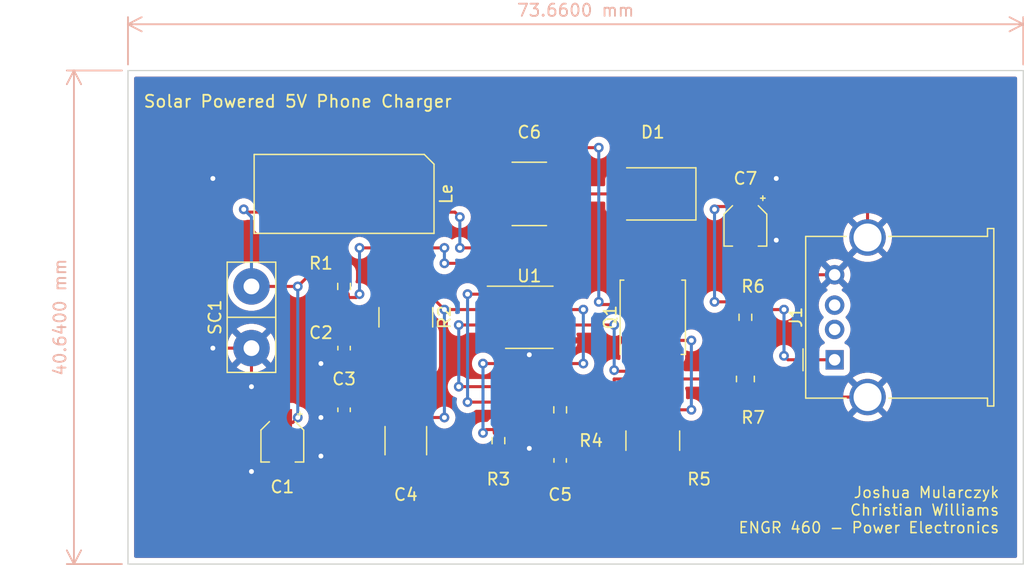
<source format=kicad_pcb>
(kicad_pcb (version 20211014) (generator pcbnew)
  (layers (0 "F.Cu" signal) (31 "B.Cu" signal) (34 "B.Paste" user) (35 "F.Paste" user) (36 "B.SilkS" user "B.Silkscreen") (37 "F.SilkS" user "F.Silkscreen") (38 "B.Mask" user) (39 "F.Mask" user) (44 "Edge.Cuts" user))
  (net 0 "")
  (net 1 "Net-(C4-Pad1)")
  (net 2 "Net-(C3-Pad1)")
  (net 3 "Net-(C5-Pad1)")
  (net 4 "GND")
  (net 5 "Net-(C1-Pad1)")
  (net 6 "Net-(C2-Pad1)")
  (net 7 "Net-(R3-Pad1)")
  (net 8 "Net-(R4-Pad1)")
  (net 9 "Net-(C7-Pad1)")
  (net 10 "Net-(R6-Pad2)")
  (net 11 "Net-(Q1-Pad4)")
  (net 12 "Net-(C6-Pad1)")
  (net 13 "Net-(C6-Pad2)")
  (footprint "SolarChargelibrary:SIP-2" (layer "F.Cu") (at 104.14 71.12 -90)
    (fp_text reference "SC1" (at 0 3 90) (layer "F.SilkS"))
    (fp_text value "Solar_Cell")
    (fp_line (start 4.54 -2) (end 4.54 2) (layer "F.SilkS") (width 0.12))
    (fp_line (start 0 -2) (end 0 2) (layer "F.SilkS") (width 0.12))
    (fp_line (start -4.54 -2) (end 4.54 -2) (layer "F.SilkS") (width 0.12))
    (fp_line (start -4.54 2) (end -4.54 -2) (layer "F.SilkS") (width 0.12))
    (fp_line (start 4.54 2) (end -4.54 2) (layer "F.SilkS") (width 0.12))
    (pad "1" thru_hole circle (at -2.54 0 270) (size 3 3) (drill 1.3) (layers *.Cu *.Mask) (net 5 "Net-(C1-Pad1)"))
    (pad "2" thru_hole circle (at 2.54 0 270) (size 3 3) (drill 1.3) (layers *.Cu *.Mask) (net 4 "GND"))
  )
  (footprint "Diode_SMD:D_SMB" (layer "F.Cu") (at 137.16 60.96 180)
    (fp_text reference "D1" (at 0 5.08) (layer "F.SilkS"))
    (fp_text value "B230")
    (fp_line (start -3.55 2.15) (end 2.15 2.15) (layer "F.SilkS") (width 0.12))
    (fp_line (start -3.55 -2.15) (end -3.55 2.15) (layer "F.SilkS") (width 0.12))
    (fp_line (start -3.55 -2.15) (end 2.15 -2.15) (layer "F.SilkS") (width 0.12))
    (pad "1" smd rect (at -2.15 0 180) (size 2.5 2.3) (layers "F.Cu" "F.Paste" "F.Mask") (net 9 "Net-(C7-Pad1)"))
    (pad "2" smd rect (at 2.15 0 180) (size 2.5 2.3) (layers "F.Cu" "F.Paste" "F.Mask") (net 13 "Net-(C6-Pad2)"))
  )
  (footprint "Package_SO:SOIC-8_3.9x4.9mm_P1.27mm" (layer "F.Cu") (at 127 71.12)
    (fp_text reference "U1" (at 0 -3.4) (layer "F.SilkS"))
    (fp_text value "LM3478MA_NOPB")
    (fp_line (start 0 2.56) (end 1.95 2.56) (layer "F.SilkS") (width 0.12))
    (fp_line (start 0 2.56) (end -1.95 2.56) (layer "F.SilkS") (width 0.12))
    (fp_line (start 0 -2.56) (end -3.45 -2.56) (layer "F.SilkS") (width 0.12))
    (fp_line (start 0 -2.56) (end 1.95 -2.56) (layer "F.SilkS") (width 0.12))
    (pad "1" smd roundrect (at -2.475 -1.905) (size 1.95 0.6) (layers "F.Cu" "F.Paste" "F.Mask") (net 8 "Net-(R4-Pad1)"))
    (pad "2" smd roundrect (at -2.475 -0.635) (size 1.95 0.6) (layers "F.Cu" "F.Paste" "F.Mask") (net 1 "Net-(C4-Pad1)"))
    (pad "3" smd roundrect (at -2.475 0.635) (size 1.95 0.6) (layers "F.Cu" "F.Paste" "F.Mask") (net 10 "Net-(R6-Pad2)"))
    (pad "4" smd roundrect (at -2.475 1.905) (size 1.95 0.6) (layers "F.Cu" "F.Paste" "F.Mask") (net 4 "GND"))
    (pad "5" smd roundrect (at 2.475 1.905) (size 1.95 0.6) (layers "F.Cu" "F.Paste" "F.Mask") (net 4 "GND"))
    (pad "6" smd roundrect (at 2.475 0.635) (size 1.95 0.6) (layers "F.Cu" "F.Paste" "F.Mask") (net 11 "Net-(Q1-Pad4)"))
    (pad "7" smd roundrect (at 2.475 -0.635) (size 1.95 0.6) (layers "F.Cu" "F.Paste" "F.Mask") (net 7 "Net-(R3-Pad1)"))
    (pad "8" smd roundrect (at 2.475 -1.905) (size 1.95 0.6) (layers "F.Cu" "F.Paste" "F.Mask") (net 6 "Net-(C2-Pad1)"))
  )
  (footprint "SolarChargelibrary:DRQ" (layer "F.Cu") (at 111.76 60.96 180)
    (fp_text reference "Le" (at -8.4 0 90) (layer "F.SilkS"))
    (fp_text value "10u")
    (fp_line (start -6.6 3.25) (end -7.4 2.45) (layer "F.SilkS") (width 0.12))
    (fp_line (start 7.4 -3.25) (end 7.4 3.25) (layer "F.SilkS") (width 0.12))
    (fp_line (start -7.4 -3.25) (end 7.4 -3.25) (layer "F.SilkS") (width 0.12))
    (fp_line (start -7.4 2.45) (end -7.4 -3.25) (layer "F.SilkS") (width 0.12))
    (fp_line (start 7.4 3.25) (end -6.6 3.25) (layer "F.SilkS") (width 0.12))
    (pad "1" smd rect (at -4.975 1.5 180) (size 3.85 2.5) (layers "F.Cu" "F.Paste" "F.Mask") (net 12 "Net-(C6-Pad1)"))
    (pad "2" smd rect (at -4.975 -1.5 180) (size 3.85 2.5) (layers "F.Cu" "F.Paste" "F.Mask") (net 13 "Net-(C6-Pad2)"))
    (pad "3" smd rect (at 4.975 -1.5 180) (size 3.85 2.5) (layers "F.Cu" "F.Paste" "F.Mask") (net 5 "Net-(C1-Pad1)"))
    (pad "4" smd rect (at 4.975 1.5 180) (size 3.85 2.5) (layers "F.Cu" "F.Paste" "F.Mask") (net 4 "GND"))
  )
  (footprint "Resistor_SMD:R_2816_7142Metric_Pad3.20x4.45mm_HandSolder" (layer "F.Cu") (at 116.84 71.12 -90)
    (fp_text reference "R2" (at 0 -3.18 90) (layer "F.SilkS"))
    (fp_text value "909")
    (fp_line (start -0.797369 -2.21) (end 0.797369 -2.21) (layer "F.SilkS") (width 0.12))
    (fp_line (start -0.797369 2.21) (end 0.797369 2.21) (layer "F.SilkS") (width 0.12))
    (pad "1" smd roundrect (at -2.6 0 270) (size 3.2 4.45) (layers "F.Cu" "F.Paste" "F.Mask") (roundrect_rratio 0.078125) (net 1 "Net-(C4-Pad1)"))
    (pad "2" smd roundrect (at 2.6 0 270) (size 3.2 4.45) (layers "F.Cu" "F.Paste" "F.Mask") (roundrect_rratio 0.078125) (net 2 "Net-(C3-Pad1)"))
  )
  (footprint "Resistor_SMD:R_0603_1608Metric_Pad0.98x0.95mm_HandSolder" (layer "F.Cu") (at 124.46 81.28 -90)
    (fp_text reference "R3" (at 3.175 0 180) (layer "F.SilkS"))
    (fp_text value "51.1k")
    (fp_line (start -0.254724 0.5225) (end 0.254724 0.5225) (layer "F.SilkS") (width 0.12))
    (fp_line (start -0.254724 -0.5225) (end 0.254724 -0.5225) (layer "F.SilkS") (width 0.12))
    (pad "1" smd roundrect (at -0.9125 0 270) (size 0.975 0.95) (layers "F.Cu" "F.Paste" "F.Mask") (net 7 "Net-(R3-Pad1)"))
    (pad "2" smd roundrect (at 0.9125 0 270) (size 0.975 0.95) (layers "F.Cu" "F.Paste" "F.Mask") (net 4 "GND"))
  )
  (footprint "Capacitor_SMD:C_2220_5650Metric_Pad1.97x5.40mm_HandSolder" (layer "F.Cu") (at 127 60.96)
    (fp_text reference "C6" (at 0 -5.08) (layer "F.SilkS"))
    (fp_text value "1u")
    (fp_line (start -1.415748 2.61) (end 1.415748 2.61) (layer "F.SilkS") (width 0.12))
    (fp_line (start -1.415748 -2.61) (end 1.415748 -2.61) (layer "F.SilkS") (width 0.12))
    (pad "1" smd roundrect (at -2.6375 0) (size 1.975 5.4) (layers "F.Cu" "F.Paste" "F.Mask") (roundrect_rratio 0.1265817722) (net 12 "Net-(C6-Pad1)"))
    (pad "2" smd roundrect (at 2.6375 0) (size 1.975 5.4) (layers "F.Cu" "F.Paste" "F.Mask") (roundrect_rratio 0.1265817722) (net 13 "Net-(C6-Pad2)"))
  )
  (footprint "Resistor_SMD:R_0603_1608Metric_Pad0.98x0.95mm_HandSolder" (layer "F.Cu") (at 129.54 78.74 -90)
    (fp_text reference "R4" (at 2.54 -2.54 180) (layer "F.SilkS"))
    (fp_text value "100")
    (fp_line (start -0.254724 -0.5225) (end 0.254724 -0.5225) (layer "F.SilkS") (width 0.12))
    (fp_line (start -0.254724 0.5225) (end 0.254724 0.5225) (layer "F.SilkS") (width 0.12))
    (pad "1" smd roundrect (at -0.9125 0 270) (size 0.975 0.95) (layers "F.Cu" "F.Paste" "F.Mask") (net 8 "Net-(R4-Pad1)"))
    (pad "2" smd roundrect (at 0.9125 0 270) (size 0.975 0.95) (layers "F.Cu" "F.Paste" "F.Mask") (net 3 "Net-(C5-Pad1)"))
  )
  (footprint "Capacitor_SMD:C_0603_1608Metric_Pad1.08x0.95mm_HandSolder" (layer "F.Cu") (at 111.76 78.74 -90)
    (fp_text reference "C3" (at -2.54 0 180) (layer "F.SilkS"))
    (fp_text value "82n")
    (fp_line (start -0.146267 0.51) (end 0.146267 0.51) (layer "F.SilkS") (width 0.12))
    (fp_line (start -0.146267 -0.51) (end 0.146267 -0.51) (layer "F.SilkS") (width 0.12))
    (pad "1" smd roundrect (at -0.8625 0 270) (size 1.075 0.95) (layers "F.Cu" "F.Paste" "F.Mask") (net 2 "Net-(C3-Pad1)"))
    (pad "2" smd roundrect (at 0.8625 0 270) (size 1.075 0.95) (layers "F.Cu" "F.Paste" "F.Mask") (net 4 "GND"))
  )
  (footprint "Capacitor_SMD:C_0603_1608Metric_Pad1.08x0.95mm_HandSolder" (layer "F.Cu") (at 111.76 73.66 -90)
    (fp_text reference "C2" (at -1.27 1.905 180) (layer "F.SilkS"))
    (fp_text value "100n")
    (fp_line (start -0.146267 -0.51) (end 0.146267 -0.51) (layer "F.SilkS") (width 0.12))
    (fp_line (start -0.146267 0.51) (end 0.146267 0.51) (layer "F.SilkS") (width 0.12))
    (pad "1" smd roundrect (at -0.8625 0 270) (size 1.075 0.95) (layers "F.Cu" "F.Paste" "F.Mask") (net 6 "Net-(C2-Pad1)"))
    (pad "2" smd roundrect (at 0.8625 0 270) (size 1.075 0.95) (layers "F.Cu" "F.Paste" "F.Mask") (net 4 "GND"))
  )
  (footprint "Resistor_SMD:R_0603_1608Metric_Pad0.98x0.95mm_HandSolder" (layer "F.Cu") (at 111.76 68.58 -90)
    (fp_text reference "R1" (at -1.905 1.905 180) (layer "F.SilkS"))
    (fp_text value "20")
    (fp_line (start -0.254724 0.5225) (end 0.254724 0.5225) (layer "F.SilkS") (width 0.12))
    (fp_line (start -0.254724 -0.5225) (end 0.254724 -0.5225) (layer "F.SilkS") (width 0.12))
    (pad "1" smd roundrect (at -0.9125 0 270) (size 0.975 0.95) (layers "F.Cu" "F.Paste" "F.Mask") (net 5 "Net-(C1-Pad1)"))
    (pad "2" smd roundrect (at 0.9125 0 270) (size 0.975 0.95) (layers "F.Cu" "F.Paste" "F.Mask") (net 6 "Net-(C2-Pad1)"))
  )
  (footprint "Resistor_SMD:R_0603_1608Metric_Pad0.98x0.95mm_HandSolder" (layer "F.Cu") (at 144.78 71.12 -90)
    (fp_text reference "R6" (at -2.54 -0.635 180) (layer "F.SilkS"))
    (fp_text value "29.4k")
    (fp_line (start -0.254724 0.5225) (end 0.254724 0.5225) (layer "F.SilkS") (width 0.12))
    (fp_line (start -0.254724 -0.5225) (end 0.254724 -0.5225) (layer "F.SilkS") (width 0.12))
    (pad "1" smd roundrect (at -0.9125 0 270) (size 0.975 0.95) (layers "F.Cu" "F.Paste" "F.Mask") (net 9 "Net-(C7-Pad1)"))
    (pad "2" smd roundrect (at 0.9125 0 270) (size 0.975 0.95) (layers "F.Cu" "F.Paste" "F.Mask") (net 10 "Net-(R6-Pad2)"))
  )
  (footprint "Capacitor_SMD:CP_Elec_3x5.3" (layer "F.Cu") (at 106.68 81.28 -90)
    (fp_text reference "C1" (at 3.81 0 180) (layer "F.SilkS"))
    (fp_text value "10u")
    (fp_line (start -1.570563 -1.06) (end -0.870563 -1.76) (layer "F.SilkS") (width 0.12))
    (fp_line (start 1.76 1.76) (end 1.76 1.06) (layer "F.SilkS") (width 0.12))
    (fp_line (start -2.1875 -1.6225) (end -2.1875 -1.2475) (layer "F.SilkS") (width 0.12))
    (fp_line (start -1.570563 1.06) (end -0.870563 1.76) (layer "F.SilkS") (width 0.12))
    (fp_line (start -0.870563 1.76) (end 1.76 1.76) (layer "F.SilkS") (width 0.12))
    (fp_line (start -0.870563 -1.76) (end 1.76 -1.76) (layer "F.SilkS") (width 0.12))
    (fp_line (start 1.76 -1.76) (end 1.76 -1.06) (layer "F.SilkS") (width 0.12))
    (fp_line (start -2.375 -1.435) (end -2 -1.435) (layer "F.SilkS") (width 0.12))
    (pad "1" smd rect (at -1.5 0 270) (size 2.2 1.6) (layers "F.Cu" "F.Paste" "F.Mask") (net 5 "Net-(C1-Pad1)"))
    (pad "2" smd rect (at 1.5 0 270) (size 2.2 1.6) (layers "F.Cu" "F.Paste" "F.Mask") (net 4 "GND"))
  )
  (footprint "Resistor_SMD:R_0805_2012Metric" (layer "F.Cu") (at 144.78 76.2 -90)
    (fp_text reference "R7" (at 3.175 -0.635 180) (layer "F.SilkS"))
    (fp_text value "10k")
    (fp_line (start -0.227064 0.735) (end 0.227064 0.735) (layer "F.SilkS") (width 0.12))
    (fp_line (start -0.227064 -0.735) (end 0.227064 -0.735) (layer "F.SilkS") (width 0.12))
    (pad "1" smd roundrect (at -0.9125 0 270) (size 1.025 1.4) (layers "F.Cu" "F.Paste" "F.Mask") (roundrect_rratio 0.243902439) (net 10 "Net-(R6-Pad2)"))
    (pad "2" smd roundrect (at 0.9125 0 270) (size 1.025 1.4) (layers "F.Cu" "F.Paste" "F.Mask") (roundrect_rratio 0.243902439) (net 4 "GND"))
  )
  (footprint "Package_TO_SOT_SMD:TDSON-8-1" (layer "F.Cu") (at 137.16 71.12 90)
    (fp_text reference "Q1" (at 0 -3.5 90) (layer "F.SilkS"))
    (fp_text value "CSD17553Q5A")
    (fp_line (start -3.06 2.335) (end -3.06 2.685) (layer "F.SilkS") (width 0.12))
    (fp_line (start 3.06 2.685) (end -3.06 2.685) (layer "F.SilkS") (width 0.12))
    (fp_line (start 3.06 -2.385) (end 3.06 -2.685) (layer "F.SilkS") (width 0.12))
    (fp_line (start 3.06 -2.685) (end -3.06 -2.685) (layer "F.SilkS") (width 0.12))
    (fp_line (start 3.06 2.385) (end 3.06 2.685) (layer "F.SilkS") (width 0.12))
    (pad "1" smd rect (at -2.9 -1.905 90) (size 0.85 0.5) (layers "F.Cu" "F.Paste" "F.Mask") (net 3 "Net-(C5-Pad1)"))
    (pad "2" smd rect (at -2.9 -0.635 90) (size 0.85 0.5) (layers "F.Cu" "F.Paste" "F.Mask") (net 3 "Net-(C5-Pad1)"))
    (pad "3" smd rect (at -2.9 0.635 90) (size 0.85 0.5) (layers "F.Cu" "F.Paste" "F.Mask") (net 3 "Net-(C5-Pad1)"))
    (pad "4" smd rect (at -2.9 1.905 90) (size 0.85 0.5) (layers "F.Cu" "F.Paste" "F.Mask") (net 11 "Net-(Q1-Pad4)"))
    (pad "5" smd rect (at 1.05 0 90) (size 4.55 4.41) (layers "F.Cu") (net 12 "Net-(C6-Pad1)"))
  )
  (footprint "Connector_USB:USB_A_Molex_67643_Horizontal" (layer "F.Cu") (at 152.12 74.62 90)
    (fp_text reference "J1" (at 3.5 -3.19 90) (layer "F.SilkS"))
    (fp_text value "USB_A")
    (fp_line (start 10.81 13.1) (end 10.81 12.58) (layer "F.SilkS") (width 0.12))
    (fp_line (start 10.81 12.58) (end 10.16 12.58) (layer "F.SilkS") (width 0.12))
    (fp_line (start -3.16 12.58) (end -3.81 12.58) (layer "F.SilkS") (width 0.12))
    (fp_line (start 10.16 -2.38) (end 10.16 0.95) (layer "F.SilkS") (width 0.12))
    (fp_line (start 10.16 4.47) (end 10.16 12.58) (layer "F.SilkS") (width 0.12))
    (fp_line (start -3.16 -2.38) (end 10.16 -2.38) (layer "F.SilkS") (width 0.12))
    (fp_line (start -0.9 -2.6) (end 0.9 -2.6) (layer "F.SilkS") (width 0.12))
    (fp_line (start -3.16 12.58) (end -3.16 4.47) (layer "F.SilkS") (width 0.12))
    (fp_line (start -3.16 -2.38) (end -3.16 0.95) (layer "F.SilkS") (width 0.12))
    (fp_line (start -3.81 13.1) (end 10.81 13.1) (layer "F.SilkS") (width 0.12))
    (fp_line (start -3.81 12.58) (end -3.81 13.1) (layer "F.SilkS") (width 0.12))
    (pad "1" thru_hole rect (at 0 0 90) (size 1.6 1.5) (drill 0.95) (layers *.Cu *.Mask) (net 9 "Net-(C7-Pad1)"))
    (pad "2" thru_hole circle (at 2.5 0 90) (size 1.6 1.6) (drill 0.95) (layers *.Cu *.Mask))
    (pad "3" thru_hole circle (at 4.5 0 90) (size 1.6 1.6) (drill 0.95) (layers *.Cu *.Mask))
    (pad "4" thru_hole circle (at 7 0 90) (size 1.6 1.6) (drill 0.95) (layers *.Cu *.Mask) (net 4 "GND"))
    (pad "5" thru_hole circle (at 10.07 2.71 90) (size 3 3) (drill 2.3) (layers *.Cu *.Mask) (net 4 "GND"))
    (pad "5" thru_hole circle (at -3.07 2.71 90) (size 3 3) (drill 2.3) (layers *.Cu *.Mask) (net 4 "GND"))
  )
  (footprint "Capacitor_SMD:CP_Elec_3x5.3" (layer "F.Cu") (at 144.78 63.5 -90)
    (fp_text reference "C7" (at -3.81 0 180) (layer "F.SilkS"))
    (fp_text value "77u")
    (fp_line (start -2.1875 -1.6225) (end -2.1875 -1.2475) (layer "F.SilkS") (width 0.12))
    (fp_line (start -0.870563 -1.76) (end 1.76 -1.76) (layer "F.SilkS") (width 0.12))
    (fp_line (start 1.76 -1.76) (end 1.76 -1.06) (layer "F.SilkS") (width 0.12))
    (fp_line (start -2.375 -1.435) (end -2 -1.435) (layer "F.SilkS") (width 0.12))
    (fp_line (start -1.570563 -1.06) (end -0.870563 -1.76) (layer "F.SilkS") (width 0.12))
    (fp_line (start -1.570563 1.06) (end -0.870563 1.76) (layer "F.SilkS") (width 0.12))
    (fp_line (start 1.76 1.76) (end 1.76 1.06) (layer "F.SilkS") (width 0.12))
    (fp_line (start -0.870563 1.76) (end 1.76 1.76) (layer "F.SilkS") (width 0.12))
    (pad "1" smd rect (at -1.5 0 270) (size 2.2 1.6) (layers "F.Cu" "F.Paste" "F.Mask") (net 9 "Net-(C7-Pad1)"))
    (pad "2" smd rect (at 1.5 0 270) (size 2.2 1.6) (layers "F.Cu" "F.Paste" "F.Mask") (net 4 "GND"))
  )
  (footprint "Capacitor_SMD:C_0603_1608Metric_Pad1.08x0.95mm_HandSolder" (layer "F.Cu") (at 129.54 82.9075 -90)
    (fp_text reference "C5" (at 2.8175 0 180) (layer "F.SilkS"))
    (fp_text value "1n")
    (fp_line (start -0.146267 0.51) (end 0.146267 0.51) (layer "F.SilkS") (width 0.12))
    (fp_line (start -0.146267 -0.51) (end 0.146267 -0.51) (layer "F.SilkS") (width 0.12))
    (pad "1" smd roundrect (at -0.8625 0 270) (size 1.075 0.95) (layers "F.Cu" "F.Paste" "F.Mask") (net 3 "Net-(C5-Pad1)"))
    (pad "2" smd roundrect (at 0.8625 0 270) (size 1.075 0.95) (layers "F.Cu" "F.Paste" "F.Mask") (net 4 "GND"))
  )
  (footprint "Capacitor_SMD:C_1812_4532Metric_Pad1.57x3.40mm_HandSolder" (layer "F.Cu") (at 116.84 81.28 -90)
    (fp_text reference "C4" (at 4.445 0 180) (layer "F.SilkS"))
    (fp_text value "195p")
    (fp_line (start -1.161252 1.71) (end 1.161252 1.71) (layer "F.SilkS") (width 0.12))
    (fp_line (start -1.161252 -1.71) (end 1.161252 -1.71) (layer "F.SilkS") (width 0.12))
    (pad "1" smd roundrect (at -2.1375 0 270) (size 1.575 3.4) (layers "F.Cu" "F.Paste" "F.Mask") (roundrect_rratio 0.1587301587) (net 1 "Net-(C4-Pad1)"))
    (pad "2" smd roundrect (at 2.1375 0 270) (size 1.575 3.4) (layers "F.Cu" "F.Paste" "F.Mask") (roundrect_rratio 0.1587301587) (net 4 "GND"))
  )
  (footprint "Resistor_SMD:R_2816_7142Metric_Pad3.20x4.45mm_HandSolder" (layer "F.Cu") (at 137.16 81.28 -90)
    (fp_text reference "R5" (at 3.175 -3.81 180) (layer "F.SilkS"))
    (fp_text value "25m")
    (fp_line (start -0.797369 -2.21) (end 0.797369 -2.21) (layer "F.SilkS") (width 0.12))
    (fp_line (start -0.797369 2.21) (end 0.797369 2.21) (layer "F.SilkS") (width 0.12))
    (pad "1" smd roundrect (at -2.6 0 270) (size 3.2 4.45) (layers "F.Cu" "F.Paste" "F.Mask") (roundrect_rratio 0.078125) (net 3 "Net-(C5-Pad1)"))
    (pad "2" smd roundrect (at 2.6 0 270) (size 3.2 4.45) (layers "F.Cu" "F.Paste" "F.Mask") (roundrect_rratio 0.078125) (net 4 "GND"))
  )
  (gr_line (start 93.98 91.44) (end 160.02 91.44) (layer "Edge.Cuts") (width 0.1))
  (gr_line (start 93.98 50.8) (end 93.98 91.44) (layer "Edge.Cuts") (width 0.1))
  (gr_line (start 160.02 50.8) (end 93.98 50.8) (layer "Edge.Cuts") (width 0.1))
  (gr_line (start 167.64 91.44) (end 167.64 50.8) (layer "Edge.Cuts") (width 0.1))
  (gr_line (start 167.64 50.8) (end 160.02 50.8) (layer "Edge.Cuts") (width 0.1))
  (gr_line (start 160.02 91.44) (end 167.64 91.44) (layer "Edge.Cuts") (width 0.1))
  (gr_text "Solar Powered 5V Phone Charger" (at 107.95 53.34) (layer "F.SilkS") (effects (font (size 1 1))))
  (gr_text "Joshua Mularczyk\nChristian Williams\nENGR 460 - Power Electronics" (at 165.735 86.995) (layer "F.SilkS") (effects (font (size 0.9 0.9) (thickness 0.125)) (justify right)))
  (dimension (type aligned) (layer "B.SilkS") (pts (xy 93.98 91.44) (xy 93.98 50.8)) (height -4.445) (gr_text "40.6400 mm" (at 88.385 71.12 90) (layer "B.SilkS") (effects (font (size 1 1) (thickness 0.15)))) (format (units 3) (units_format 1) (precision 4)) (style (thickness 0.15) (arrow_length 1.27) (text_position_mode 0) (extension_height 0.58642) (extension_offset 0.5) keep_text_aligned))
  (dimension (type aligned) (layer "B.SilkS") (pts (xy 93.98 50.8) (xy 167.64 50.8)) (height -3.81) (gr_text "73.6600 mm" (at 130.81 45.84) (layer "B.SilkS") (effects (font (size 1 1) (thickness 0.15)))) (format (units 3) (units_format 1) (precision 4)) (style (thickness 0.15) (arrow_length 1.27) (text_position_mode 0) (extension_height 0.58642) (extension_offset 0.5) keep_text_aligned))
  (segment (start 120.015 70.485) (end 118.05 68.52) (width 0.25) (layer "F.Cu") (net 1))
  (segment (start 117.0725 79.375) (end 120.015 79.375) (width 0.25) (layer "F.Cu") (net 1))
  (segment (start 120.015 70.485) (end 124.525 70.485) (width 0.25) (layer "F.Cu") (net 1))
  (segment (start 116.84 79.1425) (end 117.0725 79.375) (width 0.25) (layer "F.Cu") (net 1))
  (segment (start 118.05 68.52) (end 116.84 68.52) (width 0.25) (layer "F.Cu") (net 1))
  (via (at 120.015 70.485) (size 0.8) (drill 0.4) (layers "F.Cu" "B.Cu") (net 1))
  (via (at 120.015 79.375) (size 0.8) (drill 0.4) (layers "F.Cu" "B.Cu") (net 1))
  (segment (start 120.015 79.375) (end 120.015 70.485) (width 0.25) (layer "B.Cu") (net 1))
  (segment (start 116.4325 77.8775) (end 116.84 77.47) (width 0.25) (layer "F.Cu") (net 2))
  (segment (start 111.76 77.8775) (end 116.4325 77.8775) (width 0.25) (layer "F.Cu") (net 2))
  (segment (start 116.84 77.47) (end 116.84 73.72) (width 0.25) (layer "F.Cu") (net 2))
  (segment (start 137.1 78.74) (end 130.81 78.74) (width 0.25) (layer "F.Cu") (net 3))
  (segment (start 136.525 73.025) (end 136.525 74.02) (width 0.25) (layer "F.Cu") (net 3))
  (segment (start 136.525 74.02) (end 135.255 74.02) (width 0.25) (layer "F.Cu") (net 3))
  (segment (start 137.16 78.68) (end 137.1 78.74) (width 0.25) (layer "F.Cu") (net 3))
  (segment (start 140.335 73.025) (end 136.525 73.025) (width 0.25) (layer "F.Cu") (net 3))
  (segment (start 130.81 80.01) (end 129.8975 80.01) (width 0.25) (layer "F.Cu") (net 3))
  (segment (start 137.16 78.68) (end 137.22 78.74) (width 0.25) (layer "F.Cu") (net 3))
  (segment (start 129.8975 80.01) (end 129.54 79.6525) (width 0.25) (layer "F.Cu") (net 3))
  (segment (start 129.54 79.6525) (end 129.54 82.045) (width 0.25) (layer "F.Cu") (net 3))
  (segment (start 130.81 78.74) (end 130.81 80.01) (width 0.25) (layer "F.Cu") (net 3))
  (segment (start 137.22 78.74) (end 140.335 78.74) (width 0.25) (layer "F.Cu") (net 3))
  (segment (start 137.795 74.02) (end 136.525 74.02) (width 0.25) (layer "F.Cu") (net 3))
  (via (at 140.335 78.74) (size 0.8) (drill 0.4) (layers "F.Cu" "B.Cu") (net 3))
  (via (at 140.335 73.025) (size 0.8) (drill 0.4) (layers "F.Cu" "B.Cu") (net 3))
  (segment (start 140.335 78.74) (end 140.335 73.025) (width 0.25) (layer "B.Cu") (net 3))
  (segment (start 154.83 77.69) (end 145.3575 77.69) (width 0.25) (layer "F.Cu") (net 4))
  (segment (start 110.2625 74.5225) (end 109.855 74.93) (width 0.25) (layer "F.Cu") (net 4))
  (segment (start 154.94 59.69) (end 154.83 59.8) (width 0.25) (layer "F.Cu") (net 4))
  (segment (start 109.855 79.375) (end 111.5325 79.375) (width 0.25) (layer "F.Cu") (net 4))
  (segment (start 137.16 83.88) (end 138.0125 83.88) (width 0.25) (layer "F.Cu") (net 4))
  (segment (start 152.12 67.62) (end 150.17 67.62) (width 0.25) (layer "F.Cu") (net 4))
  (segment (start 154.83 64.55) (end 156.845 66.565) (width 0.25) (layer "F.Cu") (net 4))
  (segment (start 154.83 59.8) (end 154.83 64.55) (width 0.25) (layer "F.Cu") (net 4))
  (segment (start 106.68 82.78) (end 109.625 82.78) (width 0.25) (layer "F.Cu") (net 4))
  (segment (start 129.54 73.09) (end 129.475 73.025) (width 0.25) (layer "F.Cu") (net 4))
  (segment (start 123.235 83.4175) (end 124.46 82.1925) (width 0.25) (layer "F.Cu") (net 4))
  (segment (start 156.845 66.565) (end 156.845 75.675) (width 0.25) (layer "F.Cu") (net 4))
  (segment (start 124.46 74.295) (end 127 74.295) (width 0.25) (layer "F.Cu") (net 4))
  (segment (start 137.05 83.77) (end 137.16 83.88) (width 0.25) (layer "F.Cu") (net 4))
  (segment (start 129.54 83.77) (end 137.05 83.77) (width 0.25) (layer "F.Cu") (net 4))
  (segment (start 145.3575 77.69) (end 144.78 77.1125) (width 0.25) (layer "F.Cu") (net 4))
  (segment (start 127 74.295) (end 127 74.2055) (width 0.25) (layer "F.Cu") (net 4))
  (segment (start 111.5325 79.375) (end 111.76 79.6025) (width 0.25) (layer "F.Cu") (net 4))
  (segment (start 100.965 73.66) (end 104.14 73.66) (width 0.25) (layer "F.Cu") (net 4))
  (segment (start 127 74.295) (end 129.54 74.295) (width 0.25) (layer "F.Cu") (net 4))
  (segment (start 111.76 83.185) (end 111.9925 83.4175) (width 0.25) (layer "F.Cu") (net 4))
  (segment (start 116.84 83.4175) (end 123.235 83.4175) (width 0.25) (layer "F.Cu") (net 4))
  (segment (start 109.625 82.78) (end 109.855 82.55) (width 0.25) (layer "F.Cu") (net 4))
  (segment (start 101.195 59.46) (end 100.965 59.69) (width 0.25) (layer "F.Cu") (net 4))
  (segment (start 126.0375 83.77) (end 124.46 82.1925) (width 0.25) (layer "F.Cu") (net 4))
  (segment (start 129.54 83.77) (end 126.0375 83.77) (width 0.25) (layer "F.Cu") (net 4))
  (segment (start 111.76 79.6025) (end 111.76 83.185) (width 0.25) (layer "F.Cu") (net 4))
  (segment (start 106.68 83.82) (end 106.68 82.78) (width 0.25) (layer "F.Cu") (net 4))
  (segment (start 150.17 67.62) (end 147.32 64.77) (width 0.25) (layer "F.Cu") (net 4))
  (segment (start 104.14 76.835) (end 104.14 73.66) (width 0.25) (layer "F.Cu") (net 4))
  (segment (start 156.845 75.675) (end 154.83 77.69) (width 0.25) (layer "F.Cu") (net 4))
  (segment (start 124.525 73.025) (end 124.525 74.23) (width 0.25) (layer "F.Cu") (net 4))
  (segment (start 124.7375 81.915) (end 124.46 82.1925) (width 0.25) (layer "F.Cu") (net 4))
  (segment (start 138.0125 83.88) (end 144.78 77.1125) (width 0.25) (layer "F.Cu") (net 4))
  (segment (start 147.09 65) (end 147.32 64.77) (width 0.25) (layer "F.Cu") (net 4))
  (segment (start 111.76 74.5225) (end 110.2625 74.5225) (width 0.25) (layer "F.Cu") (net 4))
  (segment (start 124.525 74.23) (end 124.46 74.295) (width 0.25) (layer "F.Cu") (net 4))
  (segment (start 106.785 59.46) (end 101.195 59.46) (width 0.25) (layer "F.Cu") (net 4))
  (segment (start 111.9925 83.4175) (end 116.84 83.4175) (width 0.25) (layer "F.Cu") (net 4))
  (segment (start 127 81.915) (end 124.7375 81.915) (width 0.25) (layer "F.Cu") (net 4))
  (segment (start 129.54 74.295) (end 129.54 73.09) (width 0.25) (layer "F.Cu") (net 4))
  (segment (start 104.14 83.82) (end 106.68 83.82) (width 0.25) (layer "F.Cu") (net 4))
  (segment (start 144.78 65) (end 147.09 65) (width 0.25) (layer "F.Cu") (net 4))
  (segment (start 147.32 59.69) (end 154.94 59.69) (width 0.25) (layer "F.Cu") (net 4))
  (via (at 127 81.915) (size 0.8) (drill 0.4) (layers "F.Cu" "B.Cu") (net 4))
  (via (at 127 74.2055) (size 0.8) (drill 0.4) (layers "F.Cu" "B.Cu") (net 4))
  (via (at 147.32 64.77) (size 0.8) (drill 0.4) (layers "F.Cu" "B.Cu") (net 4))
  (via (at 100.965 59.69) (size 0.8) (drill 0.4) (layers "F.Cu" "B.Cu") (net 4))
  (via (at 104.14 76.835) (size 0.8) (drill 0.4) (layers "F.Cu" "B.Cu") (net 4))
  (via (at 147.32 59.69) (size 0.8) (drill 0.4) (layers "F.Cu" "B.Cu") (net 4))
  (via (at 109.855 74.93) (size 0.8) (drill 0.4) (layers "F.Cu" "B.Cu") (net 4))
  (via (at 109.855 79.375) (size 0.8) (drill 0.4) (layers "F.Cu" "B.Cu") (net 4))
  (via (at 100.965 73.66) (size 0.8) (drill 0.4) (layers "F.Cu" "B.Cu") (net 4))
  (via (at 104.14 83.82) (size 0.8) (drill 0.4) (layers "F.Cu" "B.Cu") (net 4))
  (via (at 109.855 82.55) (size 0.8) (drill 0.4) (layers "F.Cu" "B.Cu") (net 4))
  (segment (start 147.32 64.77) (end 147.32 59.69) (width 0.25) (layer "B.Cu") (net 4))
  (segment (start 100.965 59.69) (end 100.965 73.66) (width 0.25) (layer "B.Cu") (net 4))
  (segment (start 104.14 83.82) (end 104.14 76.835) (width 0.25) (layer "B.Cu") (net 4))
  (segment (start 127 74.2055) (end 127 81.915) (width 0.25) (layer "B.Cu") (net 4))
  (segment (start 109.855 82.55) (end 109.855 79.375) (width 0.25) (layer "B.Cu") (net 4))
  (segment (start 109.855 74.93) (end 109.855 79.375) (width 0.25) (layer "B.Cu") (net 4))
  (segment (start 106.68 79.78) (end 107.545 79.78) (width 0.25) (layer "F.Cu") (net 5))
  (segment (start 108.8625 67.6675) (end 107.95 68.58) (width 0.25) (layer "F.Cu") (net 5))
  (segment (start 107.95 68.58) (end 104.14 68.58) (width 0.25) (layer "F.Cu") (net 5))
  (segment (start 106.785 62.46) (end 103.735 62.46) (width 0.25) (layer "F.Cu") (net 5))
  (segment (start 103.735 62.46) (end 103.505 62.23) (width 0.25) (layer "F.Cu") (net 5))
  (segment (start 111.76 67.6675) (end 108.8625 67.6675) (width 0.25) (layer "F.Cu") (net 5))
  (segment (start 107.545 79.78) (end 107.95 79.375) (width 0.25) (layer "F.Cu") (net 5))
  (via (at 103.505 62.23) (size 0.8) (drill 0.4) (layers "F.Cu" "B.Cu") (net 5))
  (via (at 107.95 79.375) (size 0.8) (drill 0.4) (layers "F.Cu" "B.Cu") (net 5))
  (via (at 107.95 68.58) (size 0.8) (drill 0.4) (layers "F.Cu" "B.Cu") (net 5))
  (segment (start 107.95 79.375) (end 107.95 68.58) (width 0.25) (layer "B.Cu") (net 5))
  (segment (start 104.14 62.865) (end 104.14 68.58) (width 0.25) (layer "B.Cu") (net 5))
  (segment (start 103.505 62.23) (end 104.14 62.865) (width 0.25) (layer "B.Cu") (net 5))
  (segment (start 120.015 66.675) (end 129.54 66.675) (width 0.25) (layer "F.Cu") (net 6))
  (segment (start 111.76 69.4925) (end 111.76 72.7975) (width 0.25) (layer "F.Cu") (net 6))
  (segment (start 113.03 65.405) (end 120.015 65.405) (width 0.25) (layer "F.Cu") (net 6))
  (segment (start 112.7525 69.4925) (end 113.03 69.215) (width 0.25) (layer "F.Cu") (net 6))
  (segment (start 129.54 66.675) (end 129.54 69.15) (width 0.25) (layer "F.Cu") (net 6))
  (segment (start 111.76 69.4925) (end 112.7525 69.4925) (width 0.25) (layer "F.Cu") (net 6))
  (segment (start 129.54 69.15) (end 129.475 69.215) (width 0.25) (layer "F.Cu") (net 6))
  (via (at 120.015 65.405) (size 0.8) (drill 0.4) (layers "F.Cu" "B.Cu") (net 6))
  (via (at 113.03 69.215) (size 0.8) (drill 0.4) (layers "F.Cu" "B.Cu") (net 6))
  (via (at 120.015 66.675) (size 0.8) (drill 0.4) (layers "F.Cu" "B.Cu") (net 6))
  (via (at 113.03 65.405) (size 0.8) (drill 0.4) (layers "F.Cu" "B.Cu") (net 6))
  (segment (start 113.03 69.215) (end 113.03 65.405) (width 0.25) (layer "B.Cu") (net 6))
  (segment (start 120.015 65.405) (end 120.015 66.675) (width 0.25) (layer "B.Cu") (net 6))
  (segment (start 123.4675 80.3675) (end 123.19 80.645) (width 0.25) (layer "F.Cu") (net 7))
  (segment (start 123.19 74.93) (end 131.445 74.93) (width 0.25) (layer "F.Cu") (net 7))
  (segment (start 131.445 70.485) (end 129.475 70.485) (width 0.25) (layer "F.Cu") (net 7))
  (segment (start 124.46 80.3675) (end 123.4675 80.3675) (width 0.25) (layer "F.Cu") (net 7))
  (via (at 123.19 74.93) (size 0.8) (drill 0.4) (layers "F.Cu" "B.Cu") (net 7))
  (via (at 131.445 70.485) (size 0.8) (drill 0.4) (layers "F.Cu" "B.Cu") (net 7))
  (via (at 131.445 74.93) (size 0.8) (drill 0.4) (layers "F.Cu" "B.Cu") (net 7))
  (via (at 123.19 80.645) (size 0.8) (drill 0.4) (layers "F.Cu" "B.Cu") (net 7))
  (segment (start 131.445 74.93) (end 131.445 70.485) (width 0.25) (layer "B.Cu") (net 7))
  (segment (start 123.19 80.645) (end 123.19 74.93) (width 0.25) (layer "B.Cu") (net 7))
  (segment (start 124.525 69.215) (end 121.92 69.215) (width 0.25) (layer "F.Cu") (net 8))
  (segment (start 121.92 78.105) (end 129.2625 78.105) (width 0.25) (layer "F.Cu") (net 8))
  (segment (start 129.2625 78.105) (end 129.54 77.8275) (width 0.25) (layer "F.Cu") (net 8))
  (via (at 121.92 69.215) (size 0.8) (drill 0.4) (layers "F.Cu" "B.Cu") (net 8))
  (via (at 121.92 78.105) (size 0.8) (drill 0.4) (layers "F.Cu" "B.Cu") (net 8))
  (segment (start 121.92 69.215) (end 121.92 78.105) (width 0.25) (layer "B.Cu") (net 8))
  (segment (start 152.12 74.62) (end 148.28 74.62) (width 0.25) (layer "F.Cu") (net 9))
  (segment (start 142.47 62) (end 142.24 62.23) (width 0.25) (layer "F.Cu") (net 9))
  (segment (start 142.24 69.85) (end 144.4225 69.85) (width 0.25) (layer "F.Cu") (net 9))
  (segment (start 139.31 60.96) (end 143.74 60.96) (width 0.25) (layer "F.Cu") (net 9))
  (segment (start 144.78 62) (end 142.47 62) (width 0.25) (layer "F.Cu") (net 9))
  (segment (start 147.955 70.485) (end 145.0575 70.485) (width 0.25) (layer "F.Cu") (net 9))
  (segment (start 148.28 74.62) (end 147.955 74.295) (width 0.25) (layer "F.Cu") (net 9))
  (segment (start 145.0575 70.485) (end 144.78 70.2075) (width 0.25) (layer "F.Cu") (net 9))
  (segment (start 143.74 60.96) (end 144.78 62) (width 0.25) (layer "F.Cu") (net 9))
  (segment (start 144.4225 69.85) (end 144.78 70.2075) (width 0.25) (layer "F.Cu") (net 9))
  (via (at 142.24 62.23) (size 0.8) (drill 0.4) (layers "F.Cu" "B.Cu") (net 9))
  (via (at 147.955 70.485) (size 0.8) (drill 0.4) (layers "F.Cu" "B.Cu") (net 9))
  (via (at 142.24 69.85) (size 0.8) (drill 0.4) (layers "F.Cu" "B.Cu") (net 9))
  (via (at 147.955 74.295) (size 0.8) (drill 0.4) (layers "F.Cu" "B.Cu") (net 9))
  (segment (start 142.24 62.23) (end 142.24 69.85) (width 0.25) (layer "B.Cu") (net 9))
  (segment (start 147.955 74.295) (end 147.955 70.485) (width 0.25) (layer "B.Cu") (net 9))
  (segment (start 144.78 72.0325) (end 144.78 75.2875) (width 0.25) (layer "F.Cu") (net 10))
  (segment (start 133.985 76.2) (end 143.8675 76.2) (width 0.25) (layer "F.Cu") (net 10))
  (segment (start 133.985 76.835) (end 133.985 76.2) (width 0.25) (layer "F.Cu") (net 10))
  (segment (start 143.8675 76.2) (end 144.78 75.2875) (width 0.25) (layer "F.Cu") (net 10))
  (segment (start 121.1955 76.835) (end 133.985 76.835) (width 0.25) (layer "F.Cu") (net 10))
  (segment (start 124.525 71.755) (end 121.1955 71.755) (width 0.25) (layer "F.Cu") (net 10))
  (via (at 121.1955 71.755) (size 0.8) (drill 0.4) (layers "F.Cu" "B.Cu") (net 10))
  (via (at 121.1955 76.835) (size 0.8) (drill 0.4) (layers "F.Cu" "B.Cu") (net 10))
  (segment (start 121.1955 71.755) (end 121.1955 76.835) (width 0.25) (layer "B.Cu") (net 10))
  (segment (start 139.065 75.565) (end 139.065 74.02) (width 0.25) (layer "F.Cu") (net 11))
  (segment (start 134.0745 75.565) (end 139.065 75.565) (width 0.25) (layer "F.Cu") (net 11))
  (segment (start 133.985 75.4755) (end 134.0745 75.565) (width 0.25) (layer "F.Cu") (net 11))
  (segment (start 129.475 71.755) (end 133.985 71.755) (width 0.25) (layer "F.Cu") (net 11))
  (via (at 133.985 71.755) (size 0.8) (drill 0.4) (layers "F.Cu" "B.Cu") (net 11))
  (via (at 133.985 75.4755) (size 0.8) (drill 0.4) (layers "F.Cu" "B.Cu") (net 11))
  (segment (start 133.985 71.755) (end 133.985 75.4755) (width 0.25) (layer "B.Cu") (net 11))
  (segment (start 137.16 70.07) (end 132.935 70.07) (width 0.25) (layer "F.Cu") (net 12))
  (segment (start 116.735 59.46) (end 122.8625 59.46) (width 0.25) (layer "F.Cu") (net 12))
  (segment (start 122.8625 59.46) (end 124.3625 60.96) (width 0.25) (layer "F.Cu") (net 12))
  (segment (start 124.46 57.15) (end 124.3625 57.2475) (width 0.25) (layer "F.Cu") (net 12))
  (segment (start 132.935 70.07) (end 132.715 69.85) (width 0.25) (layer "F.Cu") (net 12))
  (segment (start 124.3625 57.2475) (end 124.3625 60.96) (width 0.25) (layer "F.Cu") (net 12))
  (segment (start 132.715 57.15) (end 124.46 57.15) (width 0.25) (layer "F.Cu") (net 12))
  (via (at 132.715 69.85) (size 0.8) (drill 0.4) (layers "F.Cu" "B.Cu") (net 12))
  (via (at 132.715 57.15) (size 0.8) (drill 0.4) (layers "F.Cu" "B.Cu") (net 12))
  (segment (start 132.715 69.85) (end 132.715 57.15) (width 0.25) (layer "B.Cu") (net 12))
  (segment (start 135.01 60.96) (end 129.6375 60.96) (width 0.25) (layer "F.Cu") (net 13))
  (segment (start 121.285 65.405) (end 129.54 65.405) (width 0.25) (layer "F.Cu") (net 13))
  (segment (start 116.735 62.46) (end 120.88 62.46) (width 0.25) (layer "F.Cu") (net 13))
  (segment (start 129.6375 65.3075) (end 129.6375 60.96) (width 0.25) (layer "F.Cu") (net 13))
  (segment (start 120.88 62.46) (end 121.285 62.865) (width 0.25) (layer "F.Cu") (net 13))
  (segment (start 129.54 65.405) (end 129.6375 65.3075) (width 0.25) (layer "F.Cu") (net 13))
  (via (at 121.285 65.405) (size 0.8) (drill 0.4) (layers "F.Cu" "B.Cu") (net 13))
  (via (at 121.285 62.865) (size 0.8) (drill 0.4) (layers "F.Cu" "B.Cu") (net 13))
  (segment (start 121.285 62.865) (end 121.285 65.405) (width 0.25) (layer "B.Cu") (net 13))
  (zone (net 4) (net_name "GND") (layer "F.Cu") (connect_pads (clearance 0.508)) (min_thickness 0.254) (fill yes (thermal_gap 0.508) (thermal_bridge_width 0.508))
    (polygon (pts (xy 167.64 91.44) (xy 93.98 91.44) (xy 93.98 50.8) (xy 167.64 50.8)))
  )
  (zone (net 4) (net_name "GND") (layer "B.Cu") (connect_pads (clearance 0.508)) (min_thickness 0.254) (fill yes (thermal_gap 0.508) (thermal_bridge_width 0.508))
    (polygon (pts (xy 167.64 91.44) (xy 93.98 91.44) (xy 93.98 50.8) (xy 167.64 50.8)))
  )
)
</source>
